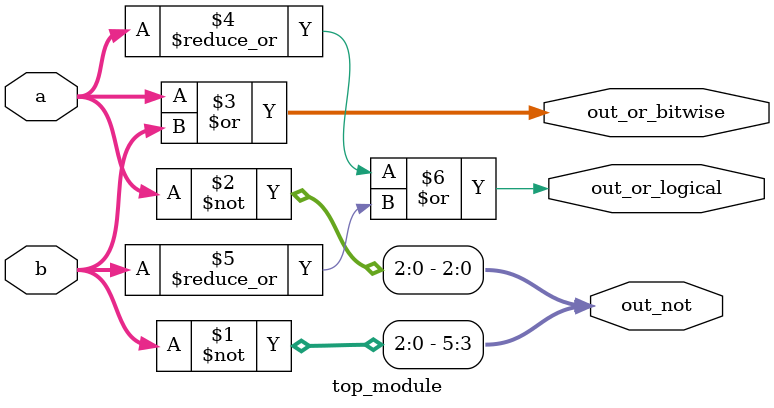
<source format=sv>
module top_module(
    input [2:0] a,
    input [2:0] b,
    output [2:0] out_or_bitwise,
    output out_or_logical,
    output [5:0] out_not
);

    assign out_not[5:3] = ~b[2:0];
    assign out_not[2:0] = ~a[2:0];

    assign out_or_bitwise = a | b;

    // original solution
    // assign out_or_logical = a[0] | a[1] | a[2] | b[0] | b[1] | b[2];

    // alternative solution with reduction operators
    assign out_or_logical = |a | |b;

endmodule

</source>
